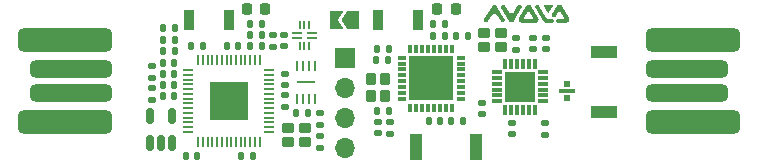
<source format=gbr>
%TF.GenerationSoftware,KiCad,Pcbnew,8.0.4*%
%TF.CreationDate,2024-10-07T22:03:01+02:00*%
%TF.ProjectId,elrs-sim,656c7273-2d73-4696-9d2e-6b696361645f,rev?*%
%TF.SameCoordinates,Original*%
%TF.FileFunction,Soldermask,Top*%
%TF.FilePolarity,Negative*%
%FSLAX46Y46*%
G04 Gerber Fmt 4.6, Leading zero omitted, Abs format (unit mm)*
G04 Created by KiCad (PCBNEW 8.0.4) date 2024-10-07 22:03:01*
%MOMM*%
%LPD*%
G01*
G04 APERTURE LIST*
G04 Aperture macros list*
%AMRoundRect*
0 Rectangle with rounded corners*
0 $1 Rounding radius*
0 $2 $3 $4 $5 $6 $7 $8 $9 X,Y pos of 4 corners*
0 Add a 4 corners polygon primitive as box body*
4,1,4,$2,$3,$4,$5,$6,$7,$8,$9,$2,$3,0*
0 Add four circle primitives for the rounded corners*
1,1,$1+$1,$2,$3*
1,1,$1+$1,$4,$5*
1,1,$1+$1,$6,$7*
1,1,$1+$1,$8,$9*
0 Add four rect primitives between the rounded corners*
20,1,$1+$1,$2,$3,$4,$5,0*
20,1,$1+$1,$4,$5,$6,$7,0*
20,1,$1+$1,$6,$7,$8,$9,0*
20,1,$1+$1,$8,$9,$2,$3,0*%
%AMFreePoly0*
4,1,6,0.500000,-0.750000,-0.650000,-0.750000,-0.150000,0.000000,-0.650000,0.750000,0.500000,0.750000,0.500000,-0.750000,0.500000,-0.750000,$1*%
%AMFreePoly1*
4,1,6,1.000000,0.000000,0.500000,-0.750000,-0.500000,-0.750000,-0.500000,0.750000,0.500000,0.750000,1.000000,0.000000,1.000000,0.000000,$1*%
G04 Aperture macros list end*
%ADD10C,0.000000*%
%ADD11RoundRect,0.150000X0.150000X-0.512500X0.150000X0.512500X-0.150000X0.512500X-0.150000X-0.512500X0*%
%ADD12RoundRect,0.135000X0.185000X-0.135000X0.185000X0.135000X-0.185000X0.135000X-0.185000X-0.135000X0*%
%ADD13R,0.600000X0.600000*%
%ADD14R,1.450000X0.300000*%
%ADD15RoundRect,0.140000X0.170000X-0.140000X0.170000X0.140000X-0.170000X0.140000X-0.170000X-0.140000X0*%
%ADD16RoundRect,0.218750X-0.218750X-0.256250X0.218750X-0.256250X0.218750X0.256250X-0.218750X0.256250X0*%
%ADD17RoundRect,0.135000X-0.135000X-0.185000X0.135000X-0.185000X0.135000X0.185000X-0.135000X0.185000X0*%
%ADD18RoundRect,0.135000X0.135000X0.185000X-0.135000X0.185000X-0.135000X-0.185000X0.135000X-0.185000X0*%
%ADD19RoundRect,0.140000X0.140000X0.170000X-0.140000X0.170000X-0.140000X-0.170000X0.140000X-0.170000X0*%
%ADD20RoundRect,0.140000X-0.140000X-0.170000X0.140000X-0.170000X0.140000X0.170000X-0.140000X0.170000X0*%
%ADD21RoundRect,0.102000X0.373000X0.323000X-0.373000X0.323000X-0.373000X-0.323000X0.373000X-0.323000X0*%
%ADD22RoundRect,0.102000X0.323000X-0.373000X0.323000X0.373000X-0.323000X0.373000X-0.323000X-0.373000X0*%
%ADD23RoundRect,0.102000X-0.373000X-0.323000X0.373000X-0.323000X0.373000X0.323000X-0.373000X0.323000X0*%
%ADD24RoundRect,0.140000X-0.170000X0.140000X-0.170000X-0.140000X0.170000X-0.140000X0.170000X0.140000X0*%
%ADD25R,1.000000X2.300000*%
%ADD26R,2.650000X2.650000*%
%ADD27R,0.850000X0.300000*%
%ADD28R,0.300000X0.850000*%
%ADD29RoundRect,0.050000X-0.050000X-0.325000X0.050000X-0.325000X0.050000X0.325000X-0.050000X0.325000X0*%
%ADD30RoundRect,0.050000X-0.350000X-0.050000X0.350000X-0.050000X0.350000X0.050000X-0.350000X0.050000X0*%
%ADD31RoundRect,0.135000X-0.185000X0.135000X-0.185000X-0.135000X0.185000X-0.135000X0.185000X0.135000X0*%
%ADD32R,3.200000X3.200000*%
%ADD33RoundRect,0.050000X0.387500X-0.050000X0.387500X0.050000X-0.387500X0.050000X-0.387500X-0.050000X0*%
%ADD34RoundRect,0.050000X0.050000X-0.387500X0.050000X0.387500X-0.050000X0.387500X-0.050000X-0.387500X0*%
%ADD35RoundRect,0.500000X3.500000X-0.500000X3.500000X0.500000X-3.500000X0.500000X-3.500000X-0.500000X0*%
%ADD36RoundRect,0.500000X3.000000X-0.250000X3.000000X0.250000X-3.000000X0.250000X-3.000000X-0.250000X0*%
%ADD37FreePoly0,180.000000*%
%ADD38FreePoly1,180.000000*%
%ADD39R,0.900000X1.700000*%
%ADD40R,1.600000X0.200000*%
%ADD41RoundRect,0.062500X-0.062500X0.387500X-0.062500X-0.387500X0.062500X-0.387500X0.062500X0.387500X0*%
%ADD42O,1.700000X1.700000*%
%ADD43R,1.700000X1.700000*%
%ADD44RoundRect,0.500000X-3.500000X0.500000X-3.500000X-0.500000X3.500000X-0.500000X3.500000X0.500000X0*%
%ADD45RoundRect,0.500000X-3.000000X0.250000X-3.000000X-0.250000X3.000000X-0.250000X3.000000X0.250000X0*%
%ADD46R,3.750000X3.750000*%
%ADD47R,0.800000X0.300000*%
%ADD48R,0.300000X0.800000*%
%ADD49R,2.300000X1.000000*%
G04 APERTURE END LIST*
D10*
G36*
X157047312Y-102394501D02*
G01*
X157052598Y-102395041D01*
X157057739Y-102395925D01*
X157062728Y-102397137D01*
X157067557Y-102398666D01*
X157072218Y-102400496D01*
X157076700Y-102402613D01*
X157080999Y-102405005D01*
X157085106Y-102407655D01*
X157089012Y-102410552D01*
X157092708Y-102413682D01*
X157096188Y-102417029D01*
X157099443Y-102420581D01*
X157102466Y-102424322D01*
X157105247Y-102428240D01*
X157107780Y-102432321D01*
X157110055Y-102436551D01*
X157112065Y-102440916D01*
X157113803Y-102445401D01*
X157115259Y-102449993D01*
X157116426Y-102454679D01*
X157117296Y-102459443D01*
X157117860Y-102464273D01*
X157118112Y-102469154D01*
X157118042Y-102474073D01*
X157117643Y-102479016D01*
X157116905Y-102483968D01*
X157115822Y-102488915D01*
X157114387Y-102493845D01*
X157112589Y-102498743D01*
X157110422Y-102503595D01*
X157107878Y-102508387D01*
X156801756Y-103040787D01*
X156798885Y-103045410D01*
X156795771Y-103049735D01*
X156792432Y-103053762D01*
X156788881Y-103057490D01*
X156785137Y-103060920D01*
X156781214Y-103064052D01*
X156777131Y-103066885D01*
X156772901Y-103069421D01*
X156768541Y-103071657D01*
X156764069Y-103073597D01*
X156759499Y-103075236D01*
X156754849Y-103076579D01*
X156750134Y-103077623D01*
X156745370Y-103078368D01*
X156740574Y-103078817D01*
X156735762Y-103078965D01*
X156730949Y-103078817D01*
X156726153Y-103078368D01*
X156721389Y-103077623D01*
X156716675Y-103076579D01*
X156712023Y-103075236D01*
X156707454Y-103073597D01*
X156702981Y-103071657D01*
X156698622Y-103069421D01*
X156694392Y-103066885D01*
X156690308Y-103064052D01*
X156686385Y-103060920D01*
X156682641Y-103057490D01*
X156679092Y-103053762D01*
X156675751Y-103049735D01*
X156672638Y-103045410D01*
X156669767Y-103040787D01*
X156363635Y-102508387D01*
X156361092Y-102503595D01*
X156358926Y-102498743D01*
X156357128Y-102493845D01*
X156355693Y-102488915D01*
X156354612Y-102483968D01*
X156353875Y-102479016D01*
X156353477Y-102474073D01*
X156353406Y-102469154D01*
X156353658Y-102464273D01*
X156354223Y-102459443D01*
X156355092Y-102454679D01*
X156356259Y-102449993D01*
X156357716Y-102445401D01*
X156359453Y-102440916D01*
X156361464Y-102436551D01*
X156363738Y-102432321D01*
X156366271Y-102428240D01*
X156369053Y-102424322D01*
X156372075Y-102420581D01*
X156375330Y-102417029D01*
X156378810Y-102413682D01*
X156382507Y-102410552D01*
X156386412Y-102407655D01*
X156390519Y-102405005D01*
X156394818Y-102402613D01*
X156399302Y-102400496D01*
X156403962Y-102398666D01*
X156408792Y-102397137D01*
X156413781Y-102395925D01*
X156418925Y-102395041D01*
X156424211Y-102394501D01*
X156429633Y-102394317D01*
X157041889Y-102394317D01*
X157047312Y-102394501D01*
G37*
G36*
X157707176Y-102394842D02*
G01*
X157724067Y-102396417D01*
X157740843Y-102399041D01*
X157757449Y-102402714D01*
X157773829Y-102407437D01*
X157789923Y-102413209D01*
X157805678Y-102420031D01*
X157821036Y-102427902D01*
X157835939Y-102436823D01*
X157850330Y-102446792D01*
X157864154Y-102457812D01*
X157877354Y-102469881D01*
X157889874Y-102483001D01*
X157901654Y-102497168D01*
X157912640Y-102512387D01*
X157922774Y-102528654D01*
X158491219Y-103513783D01*
X158500231Y-103530699D01*
X158507910Y-103547826D01*
X158514282Y-103565119D01*
X158519377Y-103582527D01*
X158523223Y-103600000D01*
X158525849Y-103617489D01*
X158527281Y-103634945D01*
X158527550Y-103652319D01*
X158526685Y-103669563D01*
X158524711Y-103686624D01*
X158521659Y-103703458D01*
X158517558Y-103720012D01*
X158512434Y-103736238D01*
X158506316Y-103752087D01*
X158499233Y-103767510D01*
X158491214Y-103782457D01*
X158482286Y-103796880D01*
X158472479Y-103810728D01*
X158461819Y-103823953D01*
X158450336Y-103836505D01*
X158438060Y-103848337D01*
X158425016Y-103859398D01*
X158411234Y-103869639D01*
X158396743Y-103879011D01*
X158381570Y-103887463D01*
X158365745Y-103894949D01*
X158349295Y-103901418D01*
X158332248Y-103906822D01*
X158314634Y-103911111D01*
X158296482Y-103914234D01*
X158277817Y-103916145D01*
X158258671Y-103916793D01*
X157548273Y-103916793D01*
X157540439Y-103916593D01*
X157532706Y-103916005D01*
X157525087Y-103915038D01*
X157517588Y-103913699D01*
X157510223Y-103911999D01*
X157502997Y-103909948D01*
X157495923Y-103907554D01*
X157489010Y-103904829D01*
X157482266Y-103901779D01*
X157475701Y-103898417D01*
X157469325Y-103894751D01*
X157463149Y-103890791D01*
X157457179Y-103886547D01*
X157451427Y-103882027D01*
X157445904Y-103877243D01*
X157440617Y-103872202D01*
X157435575Y-103866913D01*
X157430790Y-103861390D01*
X157426271Y-103855638D01*
X157422026Y-103849669D01*
X157418066Y-103843493D01*
X157414400Y-103837116D01*
X157411038Y-103830552D01*
X157407990Y-103823808D01*
X157405263Y-103816894D01*
X157402871Y-103809820D01*
X157400819Y-103802595D01*
X157399118Y-103795229D01*
X157397780Y-103787731D01*
X157396812Y-103780111D01*
X157396224Y-103772380D01*
X157396026Y-103764545D01*
X157396224Y-103756709D01*
X157396812Y-103748977D01*
X157397780Y-103741357D01*
X157399118Y-103733860D01*
X157400819Y-103726494D01*
X157402871Y-103719269D01*
X157405263Y-103712195D01*
X157407990Y-103705281D01*
X157411038Y-103698537D01*
X157414400Y-103691973D01*
X157418066Y-103685597D01*
X157422026Y-103679419D01*
X157426271Y-103673451D01*
X157430790Y-103667699D01*
X157435575Y-103662175D01*
X157440617Y-103656887D01*
X157445904Y-103651847D01*
X157451427Y-103647061D01*
X157457179Y-103642542D01*
X157463149Y-103638298D01*
X157469325Y-103634337D01*
X157475701Y-103630672D01*
X157482266Y-103627309D01*
X157489010Y-103624260D01*
X157495923Y-103621535D01*
X157502997Y-103619141D01*
X157510223Y-103617090D01*
X157517588Y-103615390D01*
X157525087Y-103614051D01*
X157532706Y-103613082D01*
X157540439Y-103612495D01*
X157548273Y-103612297D01*
X157996357Y-103612297D01*
X158001780Y-103612114D01*
X158007066Y-103611574D01*
X158012208Y-103610689D01*
X158017196Y-103609477D01*
X158022025Y-103607949D01*
X158026686Y-103606120D01*
X158031169Y-103604002D01*
X158035469Y-103601610D01*
X158039575Y-103598959D01*
X158043480Y-103596063D01*
X158047177Y-103592933D01*
X158050657Y-103589586D01*
X158053913Y-103586035D01*
X158056935Y-103582294D01*
X158059717Y-103578375D01*
X158062249Y-103574295D01*
X158064525Y-103570065D01*
X158066535Y-103565700D01*
X158068273Y-103561215D01*
X158069730Y-103556623D01*
X158070897Y-103551937D01*
X158071767Y-103547173D01*
X158072333Y-103542343D01*
X158072583Y-103537462D01*
X158072514Y-103532543D01*
X158072115Y-103527600D01*
X158071380Y-103522648D01*
X158070297Y-103517699D01*
X158068862Y-103512769D01*
X158067066Y-103507871D01*
X158064900Y-103503018D01*
X158062356Y-103498225D01*
X157756225Y-102965829D01*
X157753353Y-102961207D01*
X157750241Y-102956882D01*
X157746900Y-102952855D01*
X157743350Y-102949127D01*
X157739605Y-102945697D01*
X157735683Y-102942565D01*
X157731599Y-102939732D01*
X157727369Y-102937196D01*
X157723009Y-102934959D01*
X157718538Y-102933020D01*
X157713968Y-102931380D01*
X157709317Y-102930038D01*
X157704602Y-102928994D01*
X157699838Y-102928248D01*
X157695042Y-102927800D01*
X157690230Y-102927651D01*
X157685418Y-102927800D01*
X157680621Y-102928248D01*
X157675857Y-102928994D01*
X157671143Y-102930038D01*
X157666493Y-102931380D01*
X157661923Y-102933020D01*
X157657449Y-102934959D01*
X157653091Y-102937196D01*
X157648861Y-102939732D01*
X157644776Y-102942565D01*
X157640853Y-102945697D01*
X157637109Y-102949127D01*
X157633560Y-102952855D01*
X157630220Y-102956882D01*
X157627106Y-102961207D01*
X157624236Y-102965829D01*
X157392468Y-103368910D01*
X157389348Y-103374132D01*
X157386071Y-103379225D01*
X157382639Y-103384186D01*
X157379058Y-103389013D01*
X157375331Y-103393704D01*
X157371464Y-103398257D01*
X157367459Y-103402668D01*
X157363321Y-103406935D01*
X157359055Y-103411057D01*
X157354663Y-103415031D01*
X157350151Y-103418853D01*
X157345523Y-103422523D01*
X157340783Y-103426037D01*
X157335935Y-103429393D01*
X157330982Y-103432589D01*
X157325930Y-103435621D01*
X157320782Y-103438489D01*
X157315543Y-103441189D01*
X157310217Y-103443720D01*
X157304808Y-103446078D01*
X157299320Y-103448261D01*
X157293757Y-103450266D01*
X157288123Y-103452093D01*
X157282423Y-103453737D01*
X157276661Y-103455197D01*
X157270841Y-103456469D01*
X157264965Y-103457554D01*
X157259041Y-103458445D01*
X157253071Y-103459144D01*
X157247059Y-103459644D01*
X157241011Y-103459948D01*
X157234928Y-103460050D01*
X157221972Y-103459612D01*
X157209342Y-103458319D01*
X157197057Y-103456206D01*
X157185138Y-103453307D01*
X157173602Y-103449653D01*
X157162470Y-103445279D01*
X157151760Y-103440216D01*
X157141493Y-103434499D01*
X157131685Y-103428162D01*
X157122359Y-103421237D01*
X157113531Y-103413757D01*
X157105223Y-103405756D01*
X157097451Y-103397267D01*
X157090237Y-103388323D01*
X157083599Y-103378957D01*
X157077557Y-103369205D01*
X157072128Y-103359096D01*
X157067334Y-103348666D01*
X157063193Y-103337947D01*
X157059723Y-103326973D01*
X157056947Y-103315777D01*
X157054879Y-103304394D01*
X157053542Y-103292855D01*
X157052955Y-103281192D01*
X157053135Y-103269442D01*
X157054103Y-103257636D01*
X157055877Y-103245808D01*
X157058479Y-103233989D01*
X157061924Y-103222217D01*
X157066235Y-103210521D01*
X157071428Y-103198935D01*
X157077524Y-103187494D01*
X157457685Y-102528655D01*
X157467821Y-102512388D01*
X157478807Y-102497169D01*
X157490587Y-102483001D01*
X157503105Y-102469883D01*
X157516305Y-102457813D01*
X157530131Y-102446793D01*
X157544522Y-102436823D01*
X157559425Y-102427902D01*
X157574783Y-102420031D01*
X157590536Y-102413209D01*
X157606632Y-102407437D01*
X157623012Y-102402714D01*
X157639617Y-102399041D01*
X157656393Y-102396417D01*
X157673283Y-102394843D01*
X157690230Y-102394317D01*
X157707176Y-102394842D01*
G37*
G36*
X152191971Y-102413833D02*
G01*
X152208722Y-102415393D01*
X152225360Y-102417992D01*
X152241829Y-102421631D01*
X152258073Y-102426309D01*
X152274035Y-102432029D01*
X152289661Y-102438787D01*
X152304893Y-102446585D01*
X152319675Y-102455421D01*
X152333951Y-102465299D01*
X152347664Y-102476216D01*
X152360759Y-102488173D01*
X152373179Y-102501169D01*
X152384867Y-102515205D01*
X152395769Y-102530281D01*
X152405828Y-102546396D01*
X153025085Y-103617550D01*
X153031363Y-103629309D01*
X153036712Y-103641217D01*
X153041152Y-103653239D01*
X153044704Y-103665342D01*
X153047386Y-103677491D01*
X153049219Y-103689651D01*
X153050222Y-103701789D01*
X153050414Y-103713870D01*
X153049817Y-103725859D01*
X153048449Y-103737725D01*
X153046330Y-103749431D01*
X153043480Y-103760943D01*
X153039920Y-103772226D01*
X153035667Y-103783248D01*
X153030743Y-103793974D01*
X153025167Y-103804369D01*
X153018958Y-103814399D01*
X153012137Y-103824030D01*
X153004724Y-103833228D01*
X152996738Y-103841958D01*
X152988199Y-103850188D01*
X152979125Y-103857880D01*
X152969537Y-103865002D01*
X152959457Y-103871520D01*
X152948902Y-103877400D01*
X152937892Y-103882607D01*
X152926449Y-103887106D01*
X152914589Y-103890864D01*
X152902335Y-103893847D01*
X152889705Y-103896019D01*
X152876720Y-103897348D01*
X152863399Y-103897799D01*
X152857149Y-103897695D01*
X152850933Y-103897384D01*
X152844757Y-103896869D01*
X152838622Y-103896151D01*
X152832533Y-103895235D01*
X152826497Y-103894122D01*
X152820517Y-103892814D01*
X152814595Y-103891314D01*
X152808737Y-103889625D01*
X152802949Y-103887749D01*
X152797232Y-103885687D01*
X152791592Y-103883445D01*
X152786033Y-103881023D01*
X152780560Y-103878423D01*
X152775176Y-103875648D01*
X152769886Y-103872702D01*
X152764694Y-103869586D01*
X152759605Y-103866303D01*
X152754622Y-103862854D01*
X152749750Y-103859244D01*
X152744993Y-103855474D01*
X152740357Y-103851546D01*
X152735843Y-103847463D01*
X152731459Y-103843228D01*
X152727206Y-103838843D01*
X152723090Y-103834311D01*
X152719114Y-103829633D01*
X152715285Y-103824814D01*
X152711605Y-103819853D01*
X152708078Y-103814755D01*
X152704708Y-103809522D01*
X152701502Y-103804157D01*
X152411603Y-103300170D01*
X152401555Y-103283994D01*
X152390657Y-103268862D01*
X152378968Y-103254773D01*
X152366543Y-103241728D01*
X152353439Y-103229725D01*
X152339713Y-103218767D01*
X152325419Y-103208853D01*
X152310617Y-103199982D01*
X152295362Y-103192156D01*
X152279710Y-103185372D01*
X152263720Y-103179633D01*
X152247446Y-103174936D01*
X152230946Y-103171283D01*
X152214277Y-103168674D01*
X152197493Y-103167108D01*
X152180654Y-103166586D01*
X152163814Y-103167108D01*
X152147031Y-103168674D01*
X152130361Y-103171283D01*
X152113861Y-103174936D01*
X152097587Y-103179633D01*
X152081596Y-103185372D01*
X152065945Y-103192156D01*
X152050690Y-103199982D01*
X152035887Y-103208854D01*
X152021595Y-103218768D01*
X152007867Y-103229725D01*
X151994763Y-103241728D01*
X151982338Y-103254773D01*
X151970648Y-103268862D01*
X151959751Y-103283994D01*
X151949703Y-103300170D01*
X151661171Y-103801779D01*
X151654429Y-103812645D01*
X151647038Y-103822957D01*
X151639035Y-103832695D01*
X151630454Y-103841839D01*
X151621329Y-103850368D01*
X151611698Y-103858261D01*
X151601594Y-103865500D01*
X151591052Y-103872063D01*
X151580107Y-103877928D01*
X151568794Y-103883079D01*
X151557149Y-103887492D01*
X151545207Y-103891149D01*
X151533002Y-103894027D01*
X151520569Y-103896109D01*
X151507945Y-103897373D01*
X151495161Y-103897799D01*
X151481501Y-103897337D01*
X151468185Y-103895975D01*
X151455233Y-103893747D01*
X151442667Y-103890688D01*
X151430506Y-103886833D01*
X151418770Y-103882219D01*
X151407481Y-103876881D01*
X151396657Y-103870852D01*
X151386320Y-103864168D01*
X151376489Y-103856863D01*
X151367185Y-103848975D01*
X151358428Y-103840537D01*
X151350238Y-103831584D01*
X151342636Y-103822152D01*
X151335643Y-103812276D01*
X151329275Y-103801991D01*
X151323559Y-103791333D01*
X151318509Y-103780335D01*
X151314148Y-103769032D01*
X151310497Y-103757461D01*
X151307575Y-103745657D01*
X151305403Y-103733653D01*
X151304000Y-103721488D01*
X151303388Y-103709194D01*
X151303585Y-103696806D01*
X151304613Y-103684360D01*
X151306492Y-103671892D01*
X151309243Y-103659435D01*
X151312885Y-103647025D01*
X151317437Y-103634698D01*
X151322923Y-103622489D01*
X151329359Y-103610431D01*
X151944503Y-102546396D01*
X151954562Y-102530281D01*
X151965463Y-102515205D01*
X151977152Y-102501169D01*
X151989572Y-102488173D01*
X152002666Y-102476216D01*
X152016380Y-102465299D01*
X152030655Y-102455421D01*
X152045438Y-102446585D01*
X152060669Y-102438787D01*
X152076295Y-102432029D01*
X152092258Y-102426309D01*
X152108501Y-102421631D01*
X152124970Y-102417992D01*
X152141608Y-102415393D01*
X152158359Y-102413833D01*
X152175165Y-102413313D01*
X152191971Y-102413833D01*
G37*
G36*
X155099937Y-102394842D02*
G01*
X155116826Y-102396417D01*
X155133603Y-102399041D01*
X155150209Y-102402714D01*
X155166588Y-102407437D01*
X155182683Y-102413209D01*
X155198438Y-102420031D01*
X155213795Y-102427902D01*
X155228697Y-102436823D01*
X155243090Y-102446792D01*
X155256914Y-102457812D01*
X155270114Y-102469881D01*
X155282633Y-102483001D01*
X155294413Y-102497168D01*
X155305400Y-102512387D01*
X155315534Y-102528654D01*
X155883979Y-103513783D01*
X155892991Y-103530699D01*
X155900670Y-103547826D01*
X155907042Y-103565119D01*
X155912137Y-103582527D01*
X155915983Y-103600000D01*
X155918609Y-103617489D01*
X155920041Y-103634945D01*
X155920311Y-103652319D01*
X155919445Y-103669563D01*
X155917471Y-103686624D01*
X155914419Y-103703458D01*
X155910318Y-103720012D01*
X155905194Y-103736238D01*
X155899076Y-103752087D01*
X155891994Y-103767510D01*
X155883974Y-103782457D01*
X155875046Y-103796880D01*
X155865239Y-103810728D01*
X155854579Y-103823953D01*
X155843096Y-103836505D01*
X155830820Y-103848337D01*
X155817776Y-103859398D01*
X155803994Y-103869639D01*
X155789503Y-103879011D01*
X155774330Y-103887463D01*
X155758505Y-103894949D01*
X155742054Y-103901418D01*
X155725008Y-103906822D01*
X155707394Y-103911111D01*
X155689241Y-103914234D01*
X155670577Y-103916145D01*
X155651430Y-103916793D01*
X154514552Y-103916793D01*
X154495405Y-103916145D01*
X154476741Y-103914234D01*
X154458587Y-103911111D01*
X154440974Y-103906822D01*
X154423928Y-103901418D01*
X154407477Y-103894949D01*
X154391653Y-103887463D01*
X154376480Y-103879011D01*
X154361987Y-103869639D01*
X154348207Y-103859398D01*
X154335163Y-103848337D01*
X154322885Y-103836505D01*
X154311403Y-103823953D01*
X154300744Y-103810728D01*
X154290935Y-103796880D01*
X154282007Y-103782457D01*
X154273989Y-103767510D01*
X154266907Y-103752087D01*
X154260789Y-103736238D01*
X154255665Y-103720012D01*
X154251562Y-103703458D01*
X154248511Y-103686624D01*
X154246538Y-103669563D01*
X154245671Y-103652319D01*
X154245940Y-103634945D01*
X154247374Y-103617489D01*
X154250000Y-103600000D01*
X154253846Y-103582527D01*
X154258940Y-103565119D01*
X154265313Y-103547826D01*
X154269959Y-103537462D01*
X154700638Y-103537462D01*
X154700890Y-103542343D01*
X154701454Y-103547173D01*
X154702325Y-103551937D01*
X154703493Y-103556623D01*
X154704949Y-103561215D01*
X154706686Y-103565700D01*
X154708697Y-103570065D01*
X154710973Y-103574295D01*
X154713505Y-103578375D01*
X154716286Y-103582294D01*
X154719309Y-103586035D01*
X154722565Y-103589586D01*
X154726045Y-103592933D01*
X154729742Y-103596063D01*
X154733647Y-103598959D01*
X154737754Y-103601610D01*
X154742053Y-103604002D01*
X154746536Y-103606120D01*
X154751197Y-103607949D01*
X154756025Y-103609477D01*
X154761015Y-103610689D01*
X154766156Y-103611574D01*
X154771443Y-103612114D01*
X154776865Y-103612297D01*
X155389117Y-103612297D01*
X155394540Y-103612114D01*
X155399826Y-103611574D01*
X155404968Y-103610689D01*
X155409957Y-103609477D01*
X155414785Y-103607949D01*
X155419446Y-103606120D01*
X155423929Y-103604002D01*
X155428229Y-103601610D01*
X155432335Y-103598959D01*
X155436240Y-103596063D01*
X155439937Y-103592933D01*
X155443417Y-103589586D01*
X155446673Y-103586035D01*
X155449695Y-103582294D01*
X155452477Y-103578375D01*
X155455009Y-103574295D01*
X155457285Y-103570065D01*
X155459295Y-103565700D01*
X155461033Y-103561215D01*
X155462490Y-103556623D01*
X155463657Y-103551937D01*
X155464527Y-103547173D01*
X155465093Y-103542343D01*
X155465345Y-103537462D01*
X155465275Y-103532543D01*
X155464875Y-103527600D01*
X155464140Y-103522648D01*
X155463057Y-103517699D01*
X155461623Y-103512769D01*
X155459826Y-103507871D01*
X155457661Y-103503018D01*
X155455117Y-103498225D01*
X155148985Y-102965829D01*
X155146113Y-102961207D01*
X155143001Y-102956882D01*
X155139660Y-102952855D01*
X155136110Y-102949127D01*
X155132365Y-102945697D01*
X155128443Y-102942565D01*
X155124359Y-102939732D01*
X155120129Y-102937196D01*
X155115770Y-102934959D01*
X155111298Y-102933020D01*
X155106728Y-102931380D01*
X155102077Y-102930038D01*
X155097362Y-102928994D01*
X155092598Y-102928248D01*
X155087803Y-102927800D01*
X155082990Y-102927651D01*
X155078178Y-102927800D01*
X155073381Y-102928248D01*
X155068617Y-102928994D01*
X155063903Y-102930038D01*
X155059253Y-102931380D01*
X155054683Y-102933020D01*
X155050209Y-102934959D01*
X155045851Y-102937196D01*
X155041621Y-102939732D01*
X155037536Y-102942565D01*
X155033615Y-102945697D01*
X155029869Y-102949127D01*
X155026320Y-102952855D01*
X155022980Y-102956882D01*
X155019866Y-102961207D01*
X155016996Y-102965829D01*
X154710866Y-103498225D01*
X154708322Y-103503018D01*
X154706156Y-103507871D01*
X154704359Y-103512769D01*
X154702924Y-103517699D01*
X154701843Y-103522648D01*
X154701106Y-103527600D01*
X154700708Y-103532543D01*
X154700638Y-103537462D01*
X154269959Y-103537462D01*
X154272991Y-103530699D01*
X154282003Y-103513783D01*
X154850449Y-102528655D01*
X154860583Y-102512388D01*
X154871569Y-102497169D01*
X154883349Y-102483001D01*
X154895867Y-102469883D01*
X154909067Y-102457813D01*
X154922891Y-102446793D01*
X154937282Y-102436823D01*
X154952185Y-102427902D01*
X154967543Y-102420031D01*
X154983297Y-102413209D01*
X154999392Y-102407437D01*
X155015771Y-102402714D01*
X155032377Y-102399041D01*
X155049153Y-102396417D01*
X155066043Y-102394843D01*
X155082990Y-102394317D01*
X155099937Y-102394842D01*
G37*
G36*
X155847611Y-102394719D02*
G01*
X155859548Y-102395912D01*
X155871303Y-102397878D01*
X155882845Y-102400596D01*
X155894137Y-102404047D01*
X155905151Y-102408213D01*
X155915850Y-102413075D01*
X155926202Y-102418613D01*
X155936175Y-102424809D01*
X155945736Y-102431643D01*
X155954850Y-102439098D01*
X155963486Y-102447151D01*
X155971610Y-102455786D01*
X155979188Y-102464984D01*
X155986189Y-102474725D01*
X155992579Y-102484989D01*
X156577505Y-103498111D01*
X156581430Y-103504655D01*
X156585552Y-103511038D01*
X156589867Y-103517256D01*
X156594368Y-103523305D01*
X156599052Y-103529184D01*
X156603913Y-103534888D01*
X156608945Y-103540416D01*
X156614143Y-103545763D01*
X156619502Y-103550927D01*
X156625017Y-103555906D01*
X156630684Y-103560695D01*
X156636495Y-103565292D01*
X156642447Y-103569695D01*
X156648534Y-103573900D01*
X156654751Y-103577903D01*
X156661093Y-103581702D01*
X156667555Y-103585295D01*
X156674130Y-103588677D01*
X156680815Y-103591846D01*
X156687603Y-103594799D01*
X156694491Y-103597534D01*
X156701472Y-103600045D01*
X156708542Y-103602333D01*
X156715694Y-103604392D01*
X156722924Y-103606221D01*
X156730227Y-103607814D01*
X156737599Y-103609171D01*
X156745032Y-103610289D01*
X156752522Y-103611163D01*
X156760064Y-103611791D01*
X156767653Y-103612170D01*
X156775284Y-103612297D01*
X157090760Y-103612297D01*
X157098594Y-103612495D01*
X157106325Y-103613083D01*
X157113944Y-103614052D01*
X157121441Y-103615390D01*
X157128806Y-103617090D01*
X157136030Y-103619142D01*
X157143104Y-103621536D01*
X157150017Y-103624263D01*
X157156761Y-103627311D01*
X157163325Y-103630673D01*
X157169701Y-103634340D01*
X157175877Y-103638299D01*
X157181846Y-103642545D01*
X157187598Y-103647064D01*
X157193121Y-103651849D01*
X157198409Y-103656891D01*
X157203449Y-103662179D01*
X157208234Y-103667703D01*
X157212753Y-103673454D01*
X157216998Y-103679424D01*
X157220958Y-103685601D01*
X157224624Y-103691976D01*
X157227986Y-103698540D01*
X157231034Y-103705285D01*
X157233761Y-103712199D01*
X157236153Y-103719273D01*
X157238205Y-103726497D01*
X157239905Y-103733862D01*
X157241244Y-103741360D01*
X157242212Y-103748979D01*
X157242800Y-103756710D01*
X157242998Y-103764545D01*
X157242800Y-103772380D01*
X157242212Y-103780111D01*
X157241244Y-103787731D01*
X157239905Y-103795229D01*
X157238205Y-103802595D01*
X157236153Y-103809820D01*
X157233761Y-103816894D01*
X157231034Y-103823808D01*
X157227986Y-103830552D01*
X157224624Y-103837116D01*
X157220958Y-103843493D01*
X157216998Y-103849669D01*
X157212752Y-103855638D01*
X157208233Y-103861390D01*
X157203449Y-103866913D01*
X157198407Y-103872202D01*
X157193120Y-103877243D01*
X157187595Y-103882027D01*
X157181844Y-103886547D01*
X157175875Y-103890791D01*
X157169699Y-103894751D01*
X157163322Y-103898417D01*
X157156758Y-103901779D01*
X157150014Y-103904829D01*
X157143099Y-103907554D01*
X157136025Y-103909948D01*
X157128800Y-103911999D01*
X157121435Y-103913699D01*
X157113937Y-103915038D01*
X157106317Y-103916005D01*
X157098585Y-103916593D01*
X157090751Y-103916793D01*
X156532287Y-103916793D01*
X156517069Y-103916286D01*
X156502038Y-103914784D01*
X156487236Y-103912309D01*
X156472704Y-103908887D01*
X156458483Y-103904541D01*
X156444614Y-103899294D01*
X156431142Y-103893172D01*
X156418105Y-103886197D01*
X156405547Y-103878395D01*
X156393507Y-103869787D01*
X156382031Y-103860401D01*
X156371156Y-103850259D01*
X156360925Y-103839383D01*
X156351381Y-103827801D01*
X156342565Y-103815533D01*
X156334518Y-103802607D01*
X155678483Y-102666331D01*
X155672396Y-102654914D01*
X155667211Y-102643353D01*
X155662908Y-102631682D01*
X155659466Y-102619933D01*
X155656868Y-102608139D01*
X155655096Y-102596335D01*
X155654127Y-102584553D01*
X155653945Y-102572826D01*
X155654531Y-102561188D01*
X155655863Y-102549672D01*
X155657924Y-102538310D01*
X155660694Y-102527137D01*
X155664153Y-102516185D01*
X155668285Y-102505488D01*
X155673068Y-102495078D01*
X155678484Y-102484989D01*
X155684513Y-102475254D01*
X155691137Y-102465907D01*
X155698334Y-102456980D01*
X155706089Y-102448508D01*
X155714381Y-102440522D01*
X155723190Y-102433057D01*
X155732496Y-102426145D01*
X155742283Y-102419819D01*
X155752529Y-102414114D01*
X155763217Y-102409061D01*
X155774325Y-102404695D01*
X155785837Y-102401047D01*
X155797733Y-102398153D01*
X155809992Y-102396044D01*
X155822597Y-102394755D01*
X155835527Y-102394317D01*
X155847611Y-102394719D01*
G37*
G36*
X154314893Y-102413775D02*
G01*
X154328209Y-102415139D01*
X154341160Y-102417366D01*
X154353725Y-102420425D01*
X154365886Y-102424279D01*
X154377621Y-102428893D01*
X154388911Y-102434232D01*
X154399733Y-102440261D01*
X154410071Y-102446945D01*
X154419901Y-102454248D01*
X154429205Y-102462137D01*
X154437962Y-102470575D01*
X154446152Y-102479527D01*
X154453754Y-102488958D01*
X154460747Y-102498835D01*
X154467113Y-102509120D01*
X154472831Y-102519779D01*
X154477881Y-102530777D01*
X154482242Y-102542078D01*
X154485893Y-102553650D01*
X154488815Y-102565454D01*
X154490987Y-102577457D01*
X154492390Y-102589623D01*
X154493003Y-102601917D01*
X154492805Y-102614306D01*
X154491777Y-102626751D01*
X154489898Y-102639221D01*
X154487147Y-102651678D01*
X154483507Y-102664087D01*
X154478954Y-102676415D01*
X154473469Y-102688626D01*
X154467032Y-102700682D01*
X153851885Y-103764715D01*
X153841827Y-103780831D01*
X153830927Y-103795907D01*
X153819238Y-103809943D01*
X153806819Y-103822939D01*
X153793725Y-103834896D01*
X153780011Y-103845814D01*
X153765736Y-103855691D01*
X153750955Y-103864528D01*
X153735723Y-103872327D01*
X153720099Y-103879084D01*
X153704135Y-103884803D01*
X153687892Y-103889482D01*
X153671423Y-103893120D01*
X153654785Y-103895719D01*
X153638035Y-103897279D01*
X153621229Y-103897799D01*
X153604421Y-103897279D01*
X153587672Y-103895719D01*
X153571034Y-103893120D01*
X153554565Y-103889482D01*
X153538321Y-103884803D01*
X153522357Y-103879084D01*
X153506732Y-103872327D01*
X153491500Y-103864528D01*
X153476717Y-103855691D01*
X153462442Y-103845814D01*
X153448729Y-103834896D01*
X153435633Y-103822939D01*
X153423213Y-103809943D01*
X153411525Y-103795907D01*
X153400623Y-103780831D01*
X153390565Y-103764715D01*
X152771307Y-102693557D01*
X152765030Y-102681798D01*
X152759680Y-102669890D01*
X152755240Y-102657869D01*
X152751689Y-102645767D01*
X152749006Y-102633619D01*
X152747174Y-102621458D01*
X152746171Y-102609321D01*
X152745979Y-102597241D01*
X152746576Y-102585251D01*
X152747943Y-102573386D01*
X152750062Y-102561681D01*
X152752912Y-102550170D01*
X152756473Y-102538886D01*
X152760725Y-102527864D01*
X152765649Y-102517139D01*
X152771225Y-102506744D01*
X152777433Y-102496713D01*
X152784255Y-102487082D01*
X152791667Y-102477884D01*
X152799655Y-102469154D01*
X152808194Y-102460926D01*
X152817267Y-102453233D01*
X152826854Y-102446111D01*
X152836935Y-102439592D01*
X152847490Y-102433712D01*
X152858500Y-102428507D01*
X152869945Y-102424007D01*
X152881803Y-102420248D01*
X152894057Y-102417266D01*
X152906687Y-102415093D01*
X152919673Y-102413765D01*
X152932995Y-102413313D01*
X152939243Y-102413418D01*
X152945459Y-102413729D01*
X152951636Y-102414243D01*
X152957770Y-102414961D01*
X152963858Y-102415878D01*
X152969895Y-102416991D01*
X152975876Y-102418299D01*
X152981798Y-102419798D01*
X152987655Y-102421488D01*
X152993444Y-102423365D01*
X152999161Y-102425425D01*
X153004801Y-102427668D01*
X153010359Y-102430091D01*
X153015832Y-102432690D01*
X153021217Y-102435464D01*
X153026506Y-102438410D01*
X153031699Y-102441527D01*
X153036788Y-102444810D01*
X153041770Y-102448259D01*
X153046642Y-102451868D01*
X153051399Y-102455639D01*
X153056036Y-102459566D01*
X153060549Y-102463649D01*
X153064934Y-102467885D01*
X153069187Y-102472269D01*
X153073303Y-102476802D01*
X153077277Y-102481479D01*
X153081107Y-102486300D01*
X153084789Y-102491259D01*
X153088315Y-102496357D01*
X153091684Y-102501590D01*
X153094891Y-102506955D01*
X153384789Y-103010939D01*
X153394838Y-103027115D01*
X153405735Y-103042247D01*
X153417424Y-103056336D01*
X153429849Y-103069381D01*
X153442954Y-103081383D01*
X153456681Y-103092342D01*
X153470974Y-103102256D01*
X153485776Y-103111127D01*
X153501031Y-103118954D01*
X153516682Y-103125738D01*
X153532672Y-103131477D01*
X153548947Y-103136174D01*
X153565447Y-103139827D01*
X153582117Y-103142436D01*
X153598899Y-103144001D01*
X153615739Y-103144523D01*
X153632578Y-103144001D01*
X153649361Y-103142436D01*
X153666032Y-103139826D01*
X153682532Y-103136174D01*
X153698805Y-103131477D01*
X153714796Y-103125737D01*
X153730448Y-103118954D01*
X153745702Y-103111127D01*
X153760504Y-103102255D01*
X153774797Y-103092341D01*
X153788524Y-103081382D01*
X153801628Y-103069381D01*
X153814054Y-103056336D01*
X153825743Y-103042247D01*
X153836641Y-103027113D01*
X153846689Y-103010937D01*
X154135217Y-102509336D01*
X154141960Y-102498468D01*
X154149351Y-102488155D01*
X154157354Y-102478416D01*
X154165936Y-102469272D01*
X154175060Y-102460742D01*
X154184693Y-102452849D01*
X154194797Y-102445610D01*
X154205341Y-102439049D01*
X154216286Y-102433182D01*
X154227599Y-102428033D01*
X154239244Y-102423619D01*
X154251188Y-102419964D01*
X154263393Y-102417084D01*
X154275826Y-102415003D01*
X154288451Y-102413739D01*
X154301234Y-102413313D01*
X154314893Y-102413775D01*
G37*
D11*
%TO.C,PS1*%
X123000000Y-111812500D03*
X124900000Y-111812500D03*
X124900000Y-114087500D03*
X123950000Y-114087500D03*
X123000000Y-114087500D03*
%TD*%
D12*
%TO.C,R6*%
X143300000Y-112290000D03*
X143300000Y-113310000D03*
%TD*%
D13*
%TO.C,ANT1*%
X158300000Y-110326000D03*
D14*
X158300000Y-109713000D03*
D13*
X158300000Y-109100000D03*
%TD*%
D15*
%TO.C,C18*%
X134350000Y-104970000D03*
X134350000Y-105930000D03*
%TD*%
D16*
%TO.C,D2*%
X132787500Y-102800000D03*
X131212500Y-102800000D03*
%TD*%
D17*
%TO.C,R10*%
X132510000Y-104950000D03*
X131490000Y-104950000D03*
%TD*%
%TO.C,R14*%
X125160000Y-104400000D03*
X124140000Y-104400000D03*
%TD*%
D18*
%TO.C,R7*%
X147015000Y-105025000D03*
X148035000Y-105025000D03*
%TD*%
D19*
%TO.C,C1*%
X126040000Y-115200000D03*
X127000000Y-115200000D03*
%TD*%
%TO.C,C5*%
X135420000Y-111600000D03*
X136380000Y-111600000D03*
%TD*%
D20*
%TO.C,C10*%
X147605000Y-112225000D03*
X146645000Y-112225000D03*
%TD*%
D12*
%TO.C,R11*%
X133400000Y-104940000D03*
X133400000Y-105960000D03*
%TD*%
D20*
%TO.C,C14*%
X131700000Y-115200000D03*
X130740000Y-115200000D03*
%TD*%
D19*
%TO.C,C13*%
X124120000Y-109200000D03*
X125080000Y-109200000D03*
%TD*%
D21*
%TO.C,X1*%
X136150000Y-114000000D03*
X134700000Y-114000000D03*
X134700000Y-112850000D03*
X136150000Y-112850000D03*
%TD*%
D22*
%TO.C,X2*%
X141725000Y-110125000D03*
X141725000Y-108675000D03*
X142875000Y-108675000D03*
X142875000Y-110125000D03*
%TD*%
D15*
%TO.C,C19*%
X123200000Y-107620000D03*
X123200000Y-108580000D03*
%TD*%
D23*
%TO.C,X3*%
X151275000Y-104825000D03*
X152725000Y-104825000D03*
X152725000Y-105975000D03*
X151275000Y-105975000D03*
%TD*%
D24*
%TO.C,C12*%
X142300000Y-113280000D03*
X142300000Y-112320000D03*
%TD*%
%TO.C,C22*%
X134450000Y-109180000D03*
X134450000Y-108220000D03*
%TD*%
D19*
%TO.C,C21*%
X124140000Y-106350000D03*
X125100000Y-106350000D03*
%TD*%
D25*
%TO.C,L2*%
X150640000Y-114400000D03*
X145560000Y-114400000D03*
%TD*%
D26*
%TO.C,IC1*%
X154325000Y-109325000D03*
D27*
X156275000Y-108075000D03*
X156275000Y-108575000D03*
X156275000Y-109075000D03*
X156275000Y-109575000D03*
X156275000Y-110075000D03*
X156275000Y-110575000D03*
D28*
X155575000Y-111275000D03*
X155075000Y-111275000D03*
X154575000Y-111275000D03*
X154075000Y-111275000D03*
X153575000Y-111275000D03*
X153075000Y-111275000D03*
D27*
X152375000Y-110575000D03*
X152375000Y-110075000D03*
X152375000Y-109575000D03*
X152375000Y-109075000D03*
X152375000Y-108575000D03*
X152375000Y-108075000D03*
D28*
X153075000Y-107375000D03*
X153575000Y-107375000D03*
X154075000Y-107375000D03*
X154575000Y-107375000D03*
X155075000Y-107375000D03*
X155575000Y-107375000D03*
%TD*%
D24*
%TO.C,C6*%
X153700000Y-113360000D03*
X153700000Y-112400000D03*
%TD*%
D12*
%TO.C,R4*%
X137400000Y-113490000D03*
X137400000Y-114510000D03*
%TD*%
D18*
%TO.C,R15*%
X142240000Y-106150000D03*
X143260000Y-106150000D03*
%TD*%
D29*
%TO.C,S1*%
X135700000Y-104150000D03*
X136100000Y-104150000D03*
X136500000Y-104150000D03*
D30*
X136700000Y-104825000D03*
X136700000Y-105225000D03*
D29*
X136500000Y-105900000D03*
X136100000Y-105900000D03*
X135700000Y-105900000D03*
D30*
X135500000Y-105225000D03*
X135500000Y-104825000D03*
%TD*%
D31*
%TO.C,R2*%
X156500000Y-113420000D03*
X156500000Y-112400000D03*
%TD*%
D19*
%TO.C,C4*%
X124125000Y-110150000D03*
X125085000Y-110150000D03*
%TD*%
D17*
%TO.C,R8*%
X148010000Y-104025000D03*
X146990000Y-104025000D03*
%TD*%
D32*
%TO.C,U1*%
X129700000Y-110550000D03*
D33*
X126262500Y-113150000D03*
X126262500Y-112750000D03*
X126262500Y-112350000D03*
X126262500Y-111950000D03*
X126262500Y-111550000D03*
X126262500Y-111150000D03*
X126262500Y-110750000D03*
X126262500Y-110350000D03*
X126262500Y-109950000D03*
X126262500Y-109550000D03*
X126262500Y-109150000D03*
X126262500Y-108750000D03*
X126262500Y-108350000D03*
X126262500Y-107950000D03*
D34*
X127100000Y-107112500D03*
X127500000Y-107112500D03*
X127900000Y-107112500D03*
X128300000Y-107112500D03*
X128700000Y-107112500D03*
X129100000Y-107112500D03*
X129500000Y-107112500D03*
X129900000Y-107112500D03*
X130300000Y-107112500D03*
X130700000Y-107112500D03*
X131100000Y-107112500D03*
X131500000Y-107112500D03*
X131900000Y-107112500D03*
X132300000Y-107112500D03*
D33*
X133137500Y-107950000D03*
X133137500Y-108350000D03*
X133137500Y-108750000D03*
X133137500Y-109150000D03*
X133137500Y-109550000D03*
X133137500Y-109950000D03*
X133137500Y-110350000D03*
X133137500Y-110750000D03*
X133137500Y-111150000D03*
X133137500Y-111550000D03*
X133137500Y-111950000D03*
X133137500Y-112350000D03*
X133137500Y-112750000D03*
X133137500Y-113150000D03*
D34*
X132300000Y-113987500D03*
X131900000Y-113987500D03*
X131500000Y-113987500D03*
X131100000Y-113987500D03*
X130700000Y-113987500D03*
X130300000Y-113987500D03*
X129900000Y-113987500D03*
X129500000Y-113987500D03*
X129100000Y-113987500D03*
X128700000Y-113987500D03*
X128300000Y-113987500D03*
X127900000Y-113987500D03*
X127500000Y-113987500D03*
X127100000Y-113987500D03*
%TD*%
D12*
%TO.C,R16*%
X137400000Y-111590000D03*
X137400000Y-112610000D03*
%TD*%
D19*
%TO.C,C2*%
X124120000Y-108250000D03*
X125080000Y-108250000D03*
%TD*%
D17*
%TO.C,R13*%
X125110000Y-105400000D03*
X124090000Y-105400000D03*
%TD*%
D35*
%TO.C,J1*%
X115850000Y-112350000D03*
D36*
X116350000Y-109900000D03*
X116350000Y-107850000D03*
D35*
X115850000Y-105400000D03*
%TD*%
D37*
%TO.C,JP1*%
X138775000Y-103700000D03*
D38*
X140225000Y-103700000D03*
%TD*%
D24*
%TO.C,C9*%
X151125000Y-111685000D03*
X151125000Y-110725000D03*
%TD*%
%TO.C,C20*%
X123200000Y-110430000D03*
X123200000Y-109470000D03*
%TD*%
D19*
%TO.C,C16*%
X124120000Y-107300000D03*
X125080000Y-107300000D03*
%TD*%
D18*
%TO.C,R3*%
X142180000Y-107100000D03*
X143200000Y-107100000D03*
%TD*%
D39*
%TO.C,SW2*%
X129700000Y-103700000D03*
X126300000Y-103700000D03*
%TD*%
D17*
%TO.C,R5*%
X143235000Y-111400000D03*
X142215000Y-111400000D03*
%TD*%
D40*
%TO.C,U2*%
X136200000Y-108975000D03*
D41*
X136950000Y-110400000D03*
X136450000Y-110400000D03*
X135950000Y-110400000D03*
X135450000Y-110400000D03*
X135450000Y-107550000D03*
X135950000Y-107550000D03*
X136450000Y-107550000D03*
X136950000Y-107550000D03*
%TD*%
D24*
%TO.C,C15*%
X134450000Y-111030000D03*
X134450000Y-110070000D03*
%TD*%
%TO.C,C7*%
X155425000Y-106180000D03*
X155425000Y-105220000D03*
%TD*%
D16*
%TO.C,D1*%
X148887500Y-102800000D03*
X147312500Y-102800000D03*
%TD*%
D17*
%TO.C,R1*%
X149535000Y-112225000D03*
X148515000Y-112225000D03*
%TD*%
D19*
%TO.C,C17*%
X126520000Y-105900000D03*
X127480000Y-105900000D03*
%TD*%
D20*
%TO.C,C11*%
X149905000Y-105025000D03*
X148945000Y-105025000D03*
%TD*%
D15*
%TO.C,C23*%
X154050000Y-105240000D03*
X154050000Y-106200000D03*
%TD*%
D42*
%TO.C,J2*%
X139500000Y-114520000D03*
X139500000Y-111980000D03*
X139500000Y-109440000D03*
D43*
X139500000Y-106900000D03*
%TD*%
D24*
%TO.C,C8*%
X156525000Y-106180000D03*
X156525000Y-105220000D03*
%TD*%
D44*
%TO.C,J3*%
X169000000Y-112350000D03*
D45*
X168500000Y-109900000D03*
X168500000Y-107850000D03*
D44*
X169000000Y-105400000D03*
%TD*%
D39*
%TO.C,SW1*%
X145700000Y-103700000D03*
X142300000Y-103700000D03*
%TD*%
D46*
%TO.C,IC2*%
X146825000Y-108625000D03*
D47*
X144325000Y-110375000D03*
X144325000Y-109875000D03*
X144325000Y-109375000D03*
X144325000Y-108875000D03*
X144325000Y-108375000D03*
X144325000Y-107875000D03*
X144325000Y-107375000D03*
X144325000Y-106875000D03*
D48*
X145075000Y-106125000D03*
X145575000Y-106125000D03*
X146075000Y-106125000D03*
X146575000Y-106125000D03*
X147075000Y-106125000D03*
X147575000Y-106125000D03*
X148075000Y-106125000D03*
X148575000Y-106125000D03*
D47*
X149325000Y-106875000D03*
X149325000Y-107375000D03*
X149325000Y-107875000D03*
X149325000Y-108375000D03*
X149325000Y-108875000D03*
X149325000Y-109375000D03*
X149325000Y-109875000D03*
X149325000Y-110375000D03*
D48*
X148575000Y-111125000D03*
X148075000Y-111125000D03*
X147575000Y-111125000D03*
X147075000Y-111125000D03*
X146575000Y-111125000D03*
X146075000Y-111125000D03*
X145575000Y-111125000D03*
X145075000Y-111125000D03*
%TD*%
D49*
%TO.C,L1*%
X161500000Y-106360000D03*
X161500000Y-111440000D03*
%TD*%
D19*
%TO.C,C3*%
X129520000Y-105900000D03*
X130480000Y-105900000D03*
%TD*%
D18*
%TO.C,R12*%
X131490000Y-105900000D03*
X132510000Y-105900000D03*
%TD*%
%TO.C,R9*%
X131490000Y-104000000D03*
X132510000Y-104000000D03*
%TD*%
M02*

</source>
